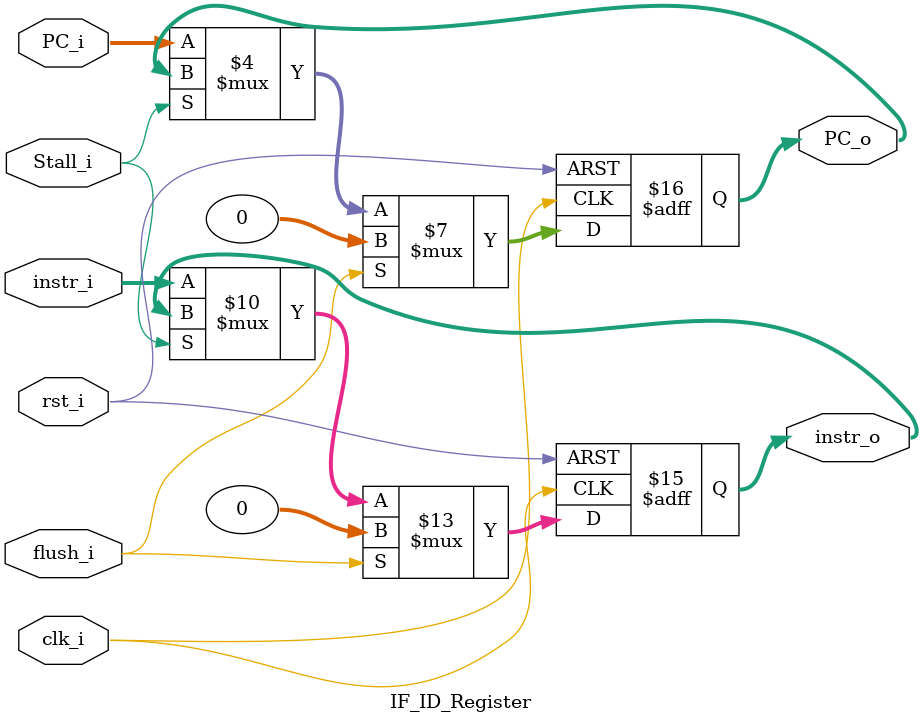
<source format=v>
module IF_ID_Register
(
    clk_i,
    rst_i,
    flush_i,
    Stall_i,
    instr_i,
    PC_i,
    instr_o,
    PC_o
);

input clk_i;
input rst_i;
input flush_i;
input Stall_i;
input [31:0] instr_i;
input [31:0] PC_i;
output [31:0] instr_o;
output [31:0] PC_o;

reg [31:0] instr_o;
reg [31:0] PC_o;

always @(posedge clk_i or negedge rst_i) begin
    if (~rst_i) begin
        instr_o <= 0;
        PC_o <= 0;
    end
    else if (flush_i) begin
        instr_o <= 0;
        PC_o <= 0;
    end
    else if (Stall_i) begin
    end
    else begin
        instr_o <= instr_i;
        PC_o <= PC_i;
    end
end


endmodule
</source>
